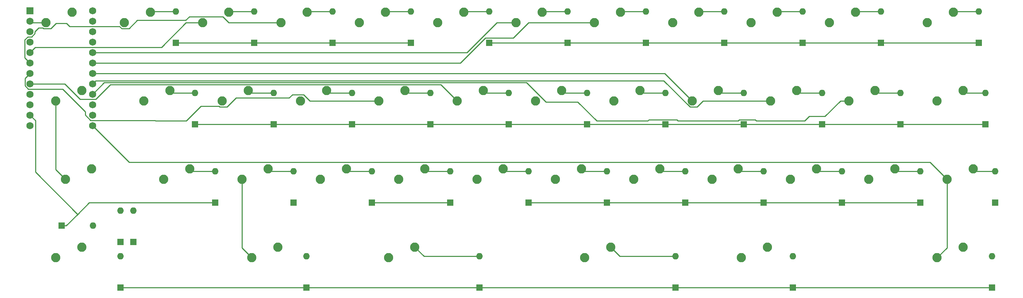
<source format=gtl>
%TF.GenerationSoftware,KiCad,Pcbnew,5.1.9*%
%TF.CreationDate,2021-02-13T13:16:34+02:00*%
%TF.ProjectId,arc40,61726334-302e-46b6-9963-61645f706362,rev?*%
%TF.SameCoordinates,Original*%
%TF.FileFunction,Copper,L1,Top*%
%TF.FilePolarity,Positive*%
%FSLAX46Y46*%
G04 Gerber Fmt 4.6, Leading zero omitted, Abs format (unit mm)*
G04 Created by KiCad (PCBNEW 5.1.9) date 2021-02-13 13:16:34*
%MOMM*%
%LPD*%
G01*
G04 APERTURE LIST*
%TA.AperFunction,ComponentPad*%
%ADD10C,2.250000*%
%TD*%
%TA.AperFunction,ComponentPad*%
%ADD11C,1.752600*%
%TD*%
%TA.AperFunction,ComponentPad*%
%ADD12R,1.752600X1.752600*%
%TD*%
%TA.AperFunction,ComponentPad*%
%ADD13O,1.600000X1.600000*%
%TD*%
%TA.AperFunction,ComponentPad*%
%ADD14R,1.600000X1.600000*%
%TD*%
%TA.AperFunction,Conductor*%
%ADD15C,0.250000*%
%TD*%
G04 APERTURE END LIST*
D10*
%TO.P,MX39,2*%
%TO.N,Net-(D39-Pad2)*%
X274002000Y-54451200D03*
%TO.P,MX39,1*%
%TO.N,COL11*%
X267652000Y-56991200D03*
%TD*%
D11*
%TO.P,U1,24*%
%TO.N,Net-(U1-Pad24)*%
X64680000Y-54080000D03*
%TO.P,U1,12*%
%TO.N,ROW3*%
X49440000Y-82020000D03*
%TO.P,U1,23*%
%TO.N,Net-(U1-Pad23)*%
X64680000Y-56620000D03*
%TO.P,U1,22*%
%TO.N,Net-(U1-Pad22)*%
X64680000Y-59160000D03*
%TO.P,U1,21*%
%TO.N,Net-(U1-Pad21)*%
X64680000Y-61700000D03*
%TO.P,U1,20*%
%TO.N,COL6*%
X64680000Y-64240000D03*
%TO.P,U1,19*%
%TO.N,COL7*%
X64680000Y-66780000D03*
%TO.P,U1,18*%
%TO.N,COL8*%
X64680000Y-69320000D03*
%TO.P,U1,17*%
%TO.N,COL9*%
X64680000Y-71860000D03*
%TO.P,U1,16*%
%TO.N,COL10*%
X64680000Y-74400000D03*
%TO.P,U1,15*%
%TO.N,Net-(U1-Pad15)*%
X64680000Y-76940000D03*
%TO.P,U1,14*%
%TO.N,Net-(U1-Pad14)*%
X64680000Y-79480000D03*
%TO.P,U1,13*%
%TO.N,COL11*%
X64680000Y-82020000D03*
%TO.P,U1,11*%
%TO.N,ROW2*%
X49440000Y-79480000D03*
%TO.P,U1,10*%
%TO.N,ROW1*%
X49440000Y-76940000D03*
%TO.P,U1,9*%
%TO.N,ROW0*%
X49440000Y-74400000D03*
%TO.P,U1,8*%
%TO.N,COL5*%
X49440000Y-71860000D03*
%TO.P,U1,7*%
%TO.N,COL4*%
X49440000Y-69320000D03*
%TO.P,U1,6*%
%TO.N,COL3*%
X49440000Y-66780000D03*
%TO.P,U1,5*%
%TO.N,COL2*%
X49440000Y-64240000D03*
%TO.P,U1,4*%
%TO.N,Net-(U1-Pad4)*%
X49440000Y-61700000D03*
%TO.P,U1,3*%
%TO.N,Net-(U1-Pad3)*%
X49440000Y-59160000D03*
%TO.P,U1,2*%
%TO.N,COL0*%
X49440000Y-56620000D03*
D12*
%TO.P,U1,1*%
%TO.N,COL1*%
X49440000Y-54080000D03*
%TD*%
D10*
%TO.P,MX42,2*%
%TO.N,Net-(D42-Pad2)*%
X276384000Y-111601000D03*
%TO.P,MX42,1*%
%TO.N,COL11*%
X270034000Y-114141000D03*
%TD*%
%TO.P,MX41,2*%
%TO.N,Net-(D41-Pad2)*%
X278765000Y-92551200D03*
%TO.P,MX41,1*%
%TO.N,COL11*%
X272415000Y-95091200D03*
%TD*%
%TO.P,MX40,2*%
%TO.N,Net-(D40-Pad2)*%
X276384000Y-73501200D03*
%TO.P,MX40,1*%
%TO.N,COL11*%
X270034000Y-76041200D03*
%TD*%
%TO.P,MX38,2*%
%TO.N,Net-(D38-Pad2)*%
X259715000Y-92551200D03*
%TO.P,MX38,1*%
%TO.N,COL10*%
X253365000Y-95091200D03*
%TD*%
%TO.P,MX37,2*%
%TO.N,Net-(D37-Pad2)*%
X254952000Y-73501200D03*
%TO.P,MX37,1*%
%TO.N,COL10*%
X248602000Y-76041200D03*
%TD*%
%TO.P,MX36,2*%
%TO.N,Net-(D36-Pad2)*%
X250190000Y-54451200D03*
%TO.P,MX36,1*%
%TO.N,COL10*%
X243840000Y-56991200D03*
%TD*%
%TO.P,MX35,2*%
%TO.N,Net-(D35-Pad2)*%
X240665000Y-92551200D03*
%TO.P,MX35,1*%
%TO.N,COL9*%
X234315000Y-95091200D03*
%TD*%
%TO.P,MX34,2*%
%TO.N,Net-(D34-Pad2)*%
X235902000Y-73501200D03*
%TO.P,MX34,1*%
%TO.N,COL9*%
X229552000Y-76041200D03*
%TD*%
%TO.P,MX33,2*%
%TO.N,Net-(D33-Pad2)*%
X231140000Y-54451200D03*
%TO.P,MX33,1*%
%TO.N,COL9*%
X224790000Y-56991200D03*
%TD*%
%TO.P,MX32,2*%
%TO.N,Net-(D32-Pad2)*%
X228759000Y-111601000D03*
%TO.P,MX32,1*%
%TO.N,COL8*%
X222409000Y-114141000D03*
%TD*%
%TO.P,MX31,2*%
%TO.N,Net-(D31-Pad2)*%
X221615000Y-92551200D03*
%TO.P,MX31,1*%
%TO.N,COL8*%
X215265000Y-95091200D03*
%TD*%
%TO.P,MX30,2*%
%TO.N,Net-(D30-Pad2)*%
X216852000Y-73501200D03*
%TO.P,MX30,1*%
%TO.N,COL8*%
X210502000Y-76041200D03*
%TD*%
%TO.P,MX29,2*%
%TO.N,Net-(D29-Pad2)*%
X212090000Y-54451200D03*
%TO.P,MX29,1*%
%TO.N,COL8*%
X205740000Y-56991200D03*
%TD*%
%TO.P,MX28,2*%
%TO.N,Net-(D28-Pad2)*%
X202565000Y-92551200D03*
%TO.P,MX28,1*%
%TO.N,COL7*%
X196215000Y-95091200D03*
%TD*%
%TO.P,MX27,2*%
%TO.N,Net-(D27-Pad2)*%
X197802000Y-73501200D03*
%TO.P,MX27,1*%
%TO.N,COL7*%
X191452000Y-76041200D03*
%TD*%
%TO.P,MX26,2*%
%TO.N,Net-(D26-Pad2)*%
X193040000Y-54451200D03*
%TO.P,MX26,1*%
%TO.N,COL7*%
X186690000Y-56991200D03*
%TD*%
%TO.P,MX25,2*%
%TO.N,Net-(D25-Pad2)*%
X190659000Y-111601000D03*
%TO.P,MX25,1*%
%TO.N,COL6*%
X184309000Y-114141000D03*
%TD*%
%TO.P,MX24,2*%
%TO.N,Net-(D24-Pad2)*%
X183515000Y-92551200D03*
%TO.P,MX24,1*%
%TO.N,COL6*%
X177165000Y-95091200D03*
%TD*%
%TO.P,MX23,2*%
%TO.N,Net-(D23-Pad2)*%
X178752000Y-73501200D03*
%TO.P,MX23,1*%
%TO.N,COL6*%
X172402000Y-76041200D03*
%TD*%
%TO.P,MX22,2*%
%TO.N,Net-(D22-Pad2)*%
X173990000Y-54451200D03*
%TO.P,MX22,1*%
%TO.N,COL6*%
X167640000Y-56991200D03*
%TD*%
%TO.P,MX21,2*%
%TO.N,Net-(D21-Pad2)*%
X164465000Y-92551200D03*
%TO.P,MX21,1*%
%TO.N,COL5*%
X158115000Y-95091200D03*
%TD*%
%TO.P,MX20,2*%
%TO.N,Net-(D20-Pad2)*%
X159702000Y-73501200D03*
%TO.P,MX20,1*%
%TO.N,COL5*%
X153352000Y-76041200D03*
%TD*%
%TO.P,MX19,2*%
%TO.N,Net-(D19-Pad2)*%
X154940000Y-54451200D03*
%TO.P,MX19,1*%
%TO.N,COL5*%
X148590000Y-56991200D03*
%TD*%
%TO.P,MX18,2*%
%TO.N,Net-(D18-Pad2)*%
X143034000Y-111601000D03*
%TO.P,MX18,1*%
%TO.N,COL4*%
X136684000Y-114141000D03*
%TD*%
%TO.P,MX17,2*%
%TO.N,Net-(D17-Pad2)*%
X145415000Y-92551200D03*
%TO.P,MX17,1*%
%TO.N,COL4*%
X139065000Y-95091200D03*
%TD*%
%TO.P,MX16,2*%
%TO.N,Net-(D16-Pad2)*%
X140652000Y-73501200D03*
%TO.P,MX16,1*%
%TO.N,COL4*%
X134302000Y-76041200D03*
%TD*%
%TO.P,MX15,2*%
%TO.N,Net-(D15-Pad2)*%
X135890000Y-54451200D03*
%TO.P,MX15,1*%
%TO.N,COL4*%
X129540000Y-56991200D03*
%TD*%
%TO.P,MX14,2*%
%TO.N,Net-(D14-Pad2)*%
X126365000Y-92551200D03*
%TO.P,MX14,1*%
%TO.N,COL3*%
X120015000Y-95091200D03*
%TD*%
%TO.P,MX13,2*%
%TO.N,Net-(D13-Pad2)*%
X121602000Y-73501200D03*
%TO.P,MX13,1*%
%TO.N,COL3*%
X115252000Y-76041200D03*
%TD*%
%TO.P,MX12,2*%
%TO.N,Net-(D12-Pad2)*%
X116840000Y-54451200D03*
%TO.P,MX12,1*%
%TO.N,COL3*%
X110490000Y-56991200D03*
%TD*%
%TO.P,MX11,2*%
%TO.N,Net-(D11-Pad2)*%
X109696000Y-111601000D03*
%TO.P,MX11,1*%
%TO.N,COL2*%
X103346000Y-114141000D03*
%TD*%
%TO.P,MX10,2*%
%TO.N,Net-(D10-Pad2)*%
X107315000Y-92551200D03*
%TO.P,MX10,1*%
%TO.N,COL2*%
X100965000Y-95091200D03*
%TD*%
%TO.P,MX9,2*%
%TO.N,Net-(D9-Pad2)*%
X102552000Y-73501200D03*
%TO.P,MX9,1*%
%TO.N,COL2*%
X96202000Y-76041200D03*
%TD*%
%TO.P,MX8,2*%
%TO.N,Net-(D8-Pad2)*%
X97790000Y-54451200D03*
%TO.P,MX8,1*%
%TO.N,COL2*%
X91440000Y-56991200D03*
%TD*%
%TO.P,MX7,2*%
%TO.N,Net-(D7-Pad2)*%
X88265000Y-92551200D03*
%TO.P,MX7,1*%
%TO.N,COL1*%
X81915000Y-95091200D03*
%TD*%
%TO.P,MX6,2*%
%TO.N,Net-(D6-Pad2)*%
X83502500Y-73501200D03*
%TO.P,MX6,1*%
%TO.N,COL1*%
X77152500Y-76041200D03*
%TD*%
%TO.P,MX5,2*%
%TO.N,Net-(D5-Pad2)*%
X78740000Y-54451200D03*
%TO.P,MX5,1*%
%TO.N,COL1*%
X72390000Y-56991200D03*
%TD*%
%TO.P,MX4,2*%
%TO.N,Net-(D4-Pad2)*%
X62071200Y-111601000D03*
%TO.P,MX4,1*%
%TO.N,COL0*%
X55721200Y-114141000D03*
%TD*%
%TO.P,MX3,2*%
%TO.N,Net-(D3-Pad2)*%
X64452500Y-92551200D03*
%TO.P,MX3,1*%
%TO.N,COL0*%
X58102500Y-95091200D03*
%TD*%
%TO.P,MX2,2*%
%TO.N,Net-(D2-Pad2)*%
X62071200Y-73501200D03*
%TO.P,MX2,1*%
%TO.N,COL0*%
X55721200Y-76041200D03*
%TD*%
%TO.P,MX1,2*%
%TO.N,Net-(D1-Pad2)*%
X59690000Y-54451200D03*
%TO.P,MX1,1*%
%TO.N,COL0*%
X53340000Y-56991200D03*
%TD*%
D13*
%TO.P,D42,2*%
%TO.N,Net-(D42-Pad2)*%
X283369000Y-113824000D03*
D14*
%TO.P,D42,1*%
%TO.N,ROW3*%
X283369000Y-121444000D03*
%TD*%
D13*
%TO.P,D41,2*%
%TO.N,Net-(D41-Pad2)*%
X284162000Y-93186000D03*
D14*
%TO.P,D41,1*%
%TO.N,ROW2*%
X284162000Y-100806000D03*
%TD*%
D13*
%TO.P,D40,2*%
%TO.N,Net-(D40-Pad2)*%
X281781000Y-74136200D03*
D14*
%TO.P,D40,1*%
%TO.N,ROW1*%
X281781000Y-81756200D03*
%TD*%
D13*
%TO.P,D39,2*%
%TO.N,Net-(D39-Pad2)*%
X280194000Y-54292500D03*
D14*
%TO.P,D39,1*%
%TO.N,ROW0*%
X280194000Y-61912500D03*
%TD*%
D13*
%TO.P,D38,2*%
%TO.N,Net-(D38-Pad2)*%
X265906000Y-93186000D03*
D14*
%TO.P,D38,1*%
%TO.N,ROW2*%
X265906000Y-100806000D03*
%TD*%
D13*
%TO.P,D37,2*%
%TO.N,Net-(D37-Pad2)*%
X261144000Y-74136200D03*
D14*
%TO.P,D37,1*%
%TO.N,ROW1*%
X261144000Y-81756200D03*
%TD*%
D13*
%TO.P,D36,2*%
%TO.N,Net-(D36-Pad2)*%
X256381000Y-54292500D03*
D14*
%TO.P,D36,1*%
%TO.N,ROW0*%
X256381000Y-61912500D03*
%TD*%
D13*
%TO.P,D35,2*%
%TO.N,Net-(D35-Pad2)*%
X246856000Y-93186000D03*
D14*
%TO.P,D35,1*%
%TO.N,ROW2*%
X246856000Y-100806000D03*
%TD*%
D13*
%TO.P,D34,2*%
%TO.N,Net-(D34-Pad2)*%
X242094000Y-74136200D03*
D14*
%TO.P,D34,1*%
%TO.N,ROW1*%
X242094000Y-81756200D03*
%TD*%
D13*
%TO.P,D33,2*%
%TO.N,Net-(D33-Pad2)*%
X237331000Y-54292500D03*
D14*
%TO.P,D33,1*%
%TO.N,ROW0*%
X237331000Y-61912500D03*
%TD*%
D13*
%TO.P,D32,2*%
%TO.N,Net-(D32-Pad2)*%
X234950000Y-113824000D03*
D14*
%TO.P,D32,1*%
%TO.N,ROW3*%
X234950000Y-121444000D03*
%TD*%
D13*
%TO.P,D31,2*%
%TO.N,Net-(D31-Pad2)*%
X227806000Y-93186000D03*
D14*
%TO.P,D31,1*%
%TO.N,ROW2*%
X227806000Y-100806000D03*
%TD*%
D13*
%TO.P,D30,2*%
%TO.N,Net-(D30-Pad2)*%
X223044000Y-74136200D03*
D14*
%TO.P,D30,1*%
%TO.N,ROW1*%
X223044000Y-81756200D03*
%TD*%
D13*
%TO.P,D29,2*%
%TO.N,Net-(D29-Pad2)*%
X218281000Y-54292500D03*
D14*
%TO.P,D29,1*%
%TO.N,ROW0*%
X218281000Y-61912500D03*
%TD*%
D13*
%TO.P,D28,2*%
%TO.N,Net-(D28-Pad2)*%
X208756000Y-93186000D03*
D14*
%TO.P,D28,1*%
%TO.N,ROW2*%
X208756000Y-100806000D03*
%TD*%
D13*
%TO.P,D27,2*%
%TO.N,Net-(D27-Pad2)*%
X203994000Y-74136200D03*
D14*
%TO.P,D27,1*%
%TO.N,ROW1*%
X203994000Y-81756200D03*
%TD*%
D13*
%TO.P,D26,2*%
%TO.N,Net-(D26-Pad2)*%
X199231000Y-54292500D03*
D14*
%TO.P,D26,1*%
%TO.N,ROW0*%
X199231000Y-61912500D03*
%TD*%
D13*
%TO.P,D25,2*%
%TO.N,Net-(D25-Pad2)*%
X206375000Y-113824000D03*
D14*
%TO.P,D25,1*%
%TO.N,ROW3*%
X206375000Y-121444000D03*
%TD*%
D13*
%TO.P,D24,2*%
%TO.N,Net-(D24-Pad2)*%
X189706000Y-93186000D03*
D14*
%TO.P,D24,1*%
%TO.N,ROW2*%
X189706000Y-100806000D03*
%TD*%
D13*
%TO.P,D23,2*%
%TO.N,Net-(D23-Pad2)*%
X184944000Y-74136200D03*
D14*
%TO.P,D23,1*%
%TO.N,ROW1*%
X184944000Y-81756200D03*
%TD*%
D13*
%TO.P,D22,2*%
%TO.N,Net-(D22-Pad2)*%
X180181000Y-54292500D03*
D14*
%TO.P,D22,1*%
%TO.N,ROW0*%
X180181000Y-61912500D03*
%TD*%
D13*
%TO.P,D21,2*%
%TO.N,Net-(D21-Pad2)*%
X170656000Y-93186000D03*
D14*
%TO.P,D21,1*%
%TO.N,ROW2*%
X170656000Y-100806000D03*
%TD*%
D13*
%TO.P,D20,2*%
%TO.N,Net-(D20-Pad2)*%
X165894000Y-74136200D03*
D14*
%TO.P,D20,1*%
%TO.N,ROW1*%
X165894000Y-81756200D03*
%TD*%
D13*
%TO.P,D19,2*%
%TO.N,Net-(D19-Pad2)*%
X161131000Y-54292500D03*
D14*
%TO.P,D19,1*%
%TO.N,ROW0*%
X161131000Y-61912500D03*
%TD*%
D13*
%TO.P,D18,2*%
%TO.N,Net-(D18-Pad2)*%
X158750000Y-113824000D03*
D14*
%TO.P,D18,1*%
%TO.N,ROW3*%
X158750000Y-121444000D03*
%TD*%
D13*
%TO.P,D17,2*%
%TO.N,Net-(D17-Pad2)*%
X151606000Y-93186000D03*
D14*
%TO.P,D17,1*%
%TO.N,ROW2*%
X151606000Y-100806000D03*
%TD*%
D13*
%TO.P,D16,2*%
%TO.N,Net-(D16-Pad2)*%
X146844000Y-74136200D03*
D14*
%TO.P,D16,1*%
%TO.N,ROW1*%
X146844000Y-81756200D03*
%TD*%
D13*
%TO.P,D15,2*%
%TO.N,Net-(D15-Pad2)*%
X142081000Y-54292500D03*
D14*
%TO.P,D15,1*%
%TO.N,ROW0*%
X142081000Y-61912500D03*
%TD*%
D13*
%TO.P,D14,2*%
%TO.N,Net-(D14-Pad2)*%
X132556000Y-93186000D03*
D14*
%TO.P,D14,1*%
%TO.N,ROW2*%
X132556000Y-100806000D03*
%TD*%
D13*
%TO.P,D13,2*%
%TO.N,Net-(D13-Pad2)*%
X127794000Y-74136200D03*
D14*
%TO.P,D13,1*%
%TO.N,ROW1*%
X127794000Y-81756200D03*
%TD*%
D13*
%TO.P,D12,2*%
%TO.N,Net-(D12-Pad2)*%
X123031000Y-54292500D03*
D14*
%TO.P,D12,1*%
%TO.N,ROW0*%
X123031000Y-61912500D03*
%TD*%
D13*
%TO.P,D11,2*%
%TO.N,Net-(D11-Pad2)*%
X116681000Y-113824000D03*
D14*
%TO.P,D11,1*%
%TO.N,ROW3*%
X116681000Y-121444000D03*
%TD*%
D13*
%TO.P,D10,2*%
%TO.N,Net-(D10-Pad2)*%
X113506000Y-93186000D03*
D14*
%TO.P,D10,1*%
%TO.N,ROW2*%
X113506000Y-100806000D03*
%TD*%
D13*
%TO.P,D9,2*%
%TO.N,Net-(D9-Pad2)*%
X108744000Y-74136200D03*
D14*
%TO.P,D9,1*%
%TO.N,ROW1*%
X108744000Y-81756200D03*
%TD*%
D13*
%TO.P,D8,2*%
%TO.N,Net-(D8-Pad2)*%
X103981000Y-54292500D03*
D14*
%TO.P,D8,1*%
%TO.N,ROW0*%
X103981000Y-61912500D03*
%TD*%
D13*
%TO.P,D7,2*%
%TO.N,Net-(D7-Pad2)*%
X94456200Y-93186000D03*
D14*
%TO.P,D7,1*%
%TO.N,ROW2*%
X94456200Y-100806000D03*
%TD*%
D13*
%TO.P,D6,2*%
%TO.N,Net-(D6-Pad2)*%
X89550000Y-74136200D03*
D14*
%TO.P,D6,1*%
%TO.N,ROW1*%
X89550000Y-81756200D03*
%TD*%
D13*
%TO.P,D5,2*%
%TO.N,Net-(D5-Pad2)*%
X84931200Y-54292500D03*
D14*
%TO.P,D5,1*%
%TO.N,ROW0*%
X84931200Y-61912500D03*
%TD*%
D13*
%TO.P,D4,2*%
%TO.N,Net-(D4-Pad2)*%
X71437500Y-113824000D03*
D14*
%TO.P,D4,1*%
%TO.N,ROW3*%
X71437500Y-121444000D03*
%TD*%
D13*
%TO.P,D3,2*%
%TO.N,Net-(D3-Pad2)*%
X64770000Y-106362000D03*
D14*
%TO.P,D3,1*%
%TO.N,ROW2*%
X57150000Y-106362000D03*
%TD*%
D13*
%TO.P,D2,2*%
%TO.N,Net-(D2-Pad2)*%
X71437500Y-102711000D03*
D14*
%TO.P,D2,1*%
%TO.N,ROW1*%
X71437500Y-110331000D03*
%TD*%
D13*
%TO.P,D1,2*%
%TO.N,Net-(D1-Pad2)*%
X74612500Y-102711000D03*
D14*
%TO.P,D1,1*%
%TO.N,ROW0*%
X74612500Y-110331000D03*
%TD*%
D15*
%TO.N,ROW0*%
X256381000Y-61912500D02*
X280194000Y-61912500D01*
X237331000Y-61912500D02*
X256381000Y-61912500D01*
X236768400Y-61912500D02*
X237331000Y-61912500D01*
X236768400Y-61912500D02*
X236205700Y-61912500D01*
X218281000Y-61912500D02*
X236205700Y-61912500D01*
X199231000Y-61912500D02*
X218281000Y-61912500D01*
X198668400Y-61912500D02*
X199231000Y-61912500D01*
X198668400Y-61912500D02*
X198105700Y-61912500D01*
X180181000Y-61912500D02*
X198105700Y-61912500D01*
X161131000Y-61912500D02*
X180181000Y-61912500D01*
X123031000Y-61912500D02*
X142081000Y-61912500D01*
X122468400Y-61912500D02*
X123031000Y-61912500D01*
X122468400Y-61912500D02*
X121905700Y-61912500D01*
X103981000Y-61912500D02*
X121905700Y-61912500D01*
X84931200Y-61912500D02*
X103981000Y-61912500D01*
%TO.N,ROW1*%
X261144000Y-81756200D02*
X281781000Y-81756200D01*
X242094000Y-81756200D02*
X261144000Y-81756200D01*
X223044000Y-81756200D02*
X242094000Y-81756200D01*
X203994000Y-81756200D02*
X223044000Y-81756200D01*
X184944000Y-81756200D02*
X203994000Y-81756200D01*
X165894000Y-81756200D02*
X184944000Y-81756200D01*
X146844000Y-81756200D02*
X165894000Y-81756200D01*
X127794000Y-81756200D02*
X146844000Y-81756200D01*
X108744000Y-81756200D02*
X127794000Y-81756200D01*
X89550000Y-81756200D02*
X108744000Y-81756200D01*
%TO.N,ROW2*%
X61027600Y-103609700D02*
X58275300Y-106362000D01*
X94456200Y-100806000D02*
X63831300Y-100806000D01*
X63831300Y-100806000D02*
X61027600Y-103609700D01*
X61027600Y-103609700D02*
X50778300Y-93360500D01*
X50778300Y-93360500D02*
X50778300Y-80818300D01*
X50778300Y-80818300D02*
X49440000Y-79480000D01*
X227806000Y-100806000D02*
X246856000Y-100806000D01*
X227243400Y-100806000D02*
X227806000Y-100806000D01*
X227243400Y-100806000D02*
X226680700Y-100806000D01*
X57150000Y-106362000D02*
X58275300Y-106362000D01*
X246856000Y-100806000D02*
X265906000Y-100806000D01*
X208756000Y-100806000D02*
X226680700Y-100806000D01*
X189706000Y-100806000D02*
X208756000Y-100806000D01*
X170656000Y-100806000D02*
X189706000Y-100806000D01*
X132556000Y-100806000D02*
X151606000Y-100806000D01*
%TO.N,ROW3*%
X116681000Y-121444000D02*
X71437500Y-121444000D01*
X234950000Y-121444000D02*
X283369000Y-121444000D01*
X206375000Y-121444000D02*
X234950000Y-121444000D01*
X158750000Y-121444000D02*
X206375000Y-121444000D01*
X116681000Y-121444000D02*
X158750000Y-121444000D01*
%TO.N,Net-(D5-Pad2)*%
X84931200Y-54292500D02*
X78898700Y-54292500D01*
X78898700Y-54292500D02*
X78740000Y-54451200D01*
%TO.N,Net-(D6-Pad2)*%
X89550000Y-74136200D02*
X84137500Y-74136200D01*
X84137500Y-74136200D02*
X83502500Y-73501200D01*
%TO.N,Net-(D7-Pad2)*%
X94456200Y-93186000D02*
X88899800Y-93186000D01*
X88899800Y-93186000D02*
X88265000Y-92551200D01*
%TO.N,Net-(D8-Pad2)*%
X103981000Y-54292500D02*
X97948700Y-54292500D01*
X97948700Y-54292500D02*
X97790000Y-54451200D01*
%TO.N,Net-(D9-Pad2)*%
X108744000Y-74136200D02*
X103187000Y-74136200D01*
X103187000Y-74136200D02*
X102552000Y-73501200D01*
%TO.N,Net-(D10-Pad2)*%
X113506000Y-93186000D02*
X107949800Y-93186000D01*
X107949800Y-93186000D02*
X107315000Y-92551200D01*
%TO.N,Net-(D12-Pad2)*%
X123031000Y-54292500D02*
X116998700Y-54292500D01*
X116998700Y-54292500D02*
X116840000Y-54451200D01*
%TO.N,Net-(D13-Pad2)*%
X127794000Y-74136200D02*
X122237000Y-74136200D01*
X122237000Y-74136200D02*
X121602000Y-73501200D01*
%TO.N,Net-(D14-Pad2)*%
X132556000Y-93186000D02*
X126999800Y-93186000D01*
X126999800Y-93186000D02*
X126365000Y-92551200D01*
%TO.N,Net-(D15-Pad2)*%
X142081000Y-54292500D02*
X136048700Y-54292500D01*
X136048700Y-54292500D02*
X135890000Y-54451200D01*
%TO.N,Net-(D16-Pad2)*%
X146844000Y-74136200D02*
X141287000Y-74136200D01*
X141287000Y-74136200D02*
X140652000Y-73501200D01*
%TO.N,Net-(D17-Pad2)*%
X151606000Y-93186000D02*
X146049800Y-93186000D01*
X146049800Y-93186000D02*
X145415000Y-92551200D01*
%TO.N,Net-(D18-Pad2)*%
X158750000Y-113824000D02*
X145257000Y-113824000D01*
X145257000Y-113824000D02*
X143034000Y-111601000D01*
%TO.N,Net-(D19-Pad2)*%
X161131000Y-54292500D02*
X155098700Y-54292500D01*
X155098700Y-54292500D02*
X154940000Y-54451200D01*
%TO.N,Net-(D20-Pad2)*%
X165894000Y-74136200D02*
X160337000Y-74136200D01*
X160337000Y-74136200D02*
X159702000Y-73501200D01*
%TO.N,Net-(D21-Pad2)*%
X170656000Y-93186000D02*
X165099800Y-93186000D01*
X165099800Y-93186000D02*
X164465000Y-92551200D01*
%TO.N,Net-(D22-Pad2)*%
X180181000Y-54292500D02*
X174148700Y-54292500D01*
X174148700Y-54292500D02*
X173990000Y-54451200D01*
%TO.N,Net-(D23-Pad2)*%
X184944000Y-74136200D02*
X179387000Y-74136200D01*
X179387000Y-74136200D02*
X178752000Y-73501200D01*
%TO.N,Net-(D24-Pad2)*%
X189706000Y-93186000D02*
X184149800Y-93186000D01*
X184149800Y-93186000D02*
X183515000Y-92551200D01*
%TO.N,Net-(D25-Pad2)*%
X206375000Y-113824000D02*
X192882000Y-113824000D01*
X192882000Y-113824000D02*
X190659000Y-111601000D01*
%TO.N,Net-(D26-Pad2)*%
X199231000Y-54292500D02*
X193198700Y-54292500D01*
X193198700Y-54292500D02*
X193040000Y-54451200D01*
%TO.N,Net-(D27-Pad2)*%
X203994000Y-74136200D02*
X198437000Y-74136200D01*
X198437000Y-74136200D02*
X197802000Y-73501200D01*
%TO.N,Net-(D28-Pad2)*%
X208756000Y-93186000D02*
X203199800Y-93186000D01*
X203199800Y-93186000D02*
X202565000Y-92551200D01*
%TO.N,Net-(D29-Pad2)*%
X218281000Y-54292500D02*
X212248700Y-54292500D01*
X212248700Y-54292500D02*
X212090000Y-54451200D01*
%TO.N,Net-(D30-Pad2)*%
X223044000Y-74136200D02*
X217487000Y-74136200D01*
X217487000Y-74136200D02*
X216852000Y-73501200D01*
%TO.N,Net-(D31-Pad2)*%
X227806000Y-93186000D02*
X222249800Y-93186000D01*
X222249800Y-93186000D02*
X221615000Y-92551200D01*
%TO.N,Net-(D33-Pad2)*%
X237331000Y-54292500D02*
X231298700Y-54292500D01*
X231298700Y-54292500D02*
X231140000Y-54451200D01*
%TO.N,Net-(D34-Pad2)*%
X242094000Y-74136200D02*
X236537000Y-74136200D01*
X236537000Y-74136200D02*
X235902000Y-73501200D01*
%TO.N,Net-(D35-Pad2)*%
X246856000Y-93186000D02*
X241299800Y-93186000D01*
X241299800Y-93186000D02*
X240665000Y-92551200D01*
%TO.N,Net-(D36-Pad2)*%
X256381000Y-54292500D02*
X250348700Y-54292500D01*
X250348700Y-54292500D02*
X250190000Y-54451200D01*
%TO.N,Net-(D37-Pad2)*%
X261144000Y-74136200D02*
X255587000Y-74136200D01*
X255587000Y-74136200D02*
X254952000Y-73501200D01*
%TO.N,Net-(D38-Pad2)*%
X265906000Y-93186000D02*
X260349800Y-93186000D01*
X260349800Y-93186000D02*
X259715000Y-92551200D01*
%TO.N,Net-(D39-Pad2)*%
X280194000Y-54292500D02*
X274160700Y-54292500D01*
X274160700Y-54292500D02*
X274002000Y-54451200D01*
%TO.N,Net-(D40-Pad2)*%
X281781000Y-74136200D02*
X277019000Y-74136200D01*
X277019000Y-74136200D02*
X276384000Y-73501200D01*
%TO.N,Net-(D41-Pad2)*%
X284162000Y-93186000D02*
X279399800Y-93186000D01*
X279399800Y-93186000D02*
X278765000Y-92551200D01*
%TO.N,COL0*%
X58102500Y-95091200D02*
X55721200Y-92709900D01*
X55721200Y-92709900D02*
X55721200Y-76041200D01*
X53340000Y-56991200D02*
X49811200Y-56991200D01*
X49811200Y-56991200D02*
X49440000Y-56620000D01*
%TO.N,COL2*%
X100965000Y-95091200D02*
X100965000Y-111760000D01*
X100965000Y-111760000D02*
X103346000Y-114141000D01*
X49440000Y-64240000D02*
X50700300Y-62979700D01*
X50700300Y-62979700D02*
X81407700Y-62979700D01*
X81407700Y-62979700D02*
X87396200Y-56991200D01*
X87396200Y-56991200D02*
X91440000Y-56991200D01*
%TO.N,COL3*%
X110490000Y-56991200D02*
X97790000Y-56991200D01*
X97790000Y-56991200D02*
X96339600Y-55540800D01*
X96339600Y-55540800D02*
X88209700Y-55540800D01*
X88209700Y-55540800D02*
X87308200Y-56442300D01*
X87308200Y-56442300D02*
X75557000Y-56442300D01*
X75557000Y-56442300D02*
X73528200Y-58471100D01*
X73528200Y-58471100D02*
X71818800Y-58471100D01*
X71818800Y-58471100D02*
X71237700Y-57890000D01*
X71237700Y-57890000D02*
X59066000Y-57890000D01*
X59066000Y-57890000D02*
X58343900Y-57167900D01*
X58343900Y-57167900D02*
X55781400Y-57167900D01*
X55781400Y-57167900D02*
X54478200Y-58471100D01*
X54478200Y-58471100D02*
X52768800Y-58471100D01*
X52768800Y-58471100D02*
X52600300Y-58302600D01*
X52600300Y-58302600D02*
X51572900Y-58302600D01*
X51572900Y-58302600D02*
X50654100Y-59221400D01*
X50654100Y-59221400D02*
X50654100Y-59649000D01*
X50654100Y-59649000D02*
X49873100Y-60430000D01*
X49873100Y-60430000D02*
X48923300Y-60430000D01*
X48923300Y-60430000D02*
X48204400Y-61148900D01*
X48204400Y-61148900D02*
X48204400Y-65544400D01*
X48204400Y-65544400D02*
X49440000Y-66780000D01*
%TO.N,COL4*%
X134302000Y-76041200D02*
X117473700Y-76041200D01*
X117473700Y-76041200D02*
X115974800Y-74542300D01*
X115974800Y-74542300D02*
X113235500Y-74542300D01*
X113235500Y-74542300D02*
X112466600Y-75311200D01*
X112466600Y-75311200D02*
X99550100Y-75311200D01*
X99550100Y-75311200D02*
X97369700Y-77491600D01*
X97369700Y-77491600D02*
X95570700Y-77491600D01*
X95570700Y-77491600D02*
X95412700Y-77333600D01*
X95412700Y-77333600D02*
X91027600Y-77333600D01*
X91027600Y-77333600D02*
X87460100Y-80901100D01*
X87460100Y-80901100D02*
X80002400Y-80901100D01*
X80002400Y-80901100D02*
X79851300Y-80750000D01*
X79851300Y-80750000D02*
X64195500Y-80750000D01*
X64195500Y-80750000D02*
X62862500Y-79417000D01*
X62862500Y-79417000D02*
X62862500Y-78632400D01*
X62862500Y-78632400D02*
X57360100Y-73130000D01*
X57360100Y-73130000D02*
X49000000Y-73130000D01*
X49000000Y-73130000D02*
X48214000Y-72344000D01*
X48214000Y-72344000D02*
X48214000Y-70546000D01*
X48214000Y-70546000D02*
X49440000Y-69320000D01*
%TO.N,COL5*%
X153352000Y-76041200D02*
X149361600Y-72050800D01*
X149361600Y-72050800D02*
X68982000Y-72050800D01*
X68982000Y-72050800D02*
X65430300Y-75602500D01*
X65430300Y-75602500D02*
X61632500Y-75602500D01*
X61632500Y-75602500D02*
X57890000Y-71860000D01*
X57890000Y-71860000D02*
X49440000Y-71860000D01*
%TO.N,COL6*%
X167640000Y-56991200D02*
X162959200Y-56991200D01*
X162959200Y-56991200D02*
X155710400Y-64240000D01*
X155710400Y-64240000D02*
X64680000Y-64240000D01*
%TO.N,COL7*%
X186690000Y-56991200D02*
X170686000Y-56991200D01*
X170686000Y-56991200D02*
X166931600Y-60745600D01*
X166931600Y-60745600D02*
X160159900Y-60745600D01*
X160159900Y-60745600D02*
X154125500Y-66780000D01*
X154125500Y-66780000D02*
X64680000Y-66780000D01*
%TO.N,COL8*%
X64680000Y-69320000D02*
X203780800Y-69320000D01*
X203780800Y-69320000D02*
X210502000Y-76041200D01*
%TO.N,COL9*%
X229552000Y-76041200D02*
X213120100Y-76041200D01*
X213120100Y-76041200D02*
X211640200Y-77521100D01*
X211640200Y-77521100D02*
X209930800Y-77521100D01*
X209930800Y-77521100D02*
X203516900Y-71107200D01*
X203516900Y-71107200D02*
X65432800Y-71107200D01*
X65432800Y-71107200D02*
X64680000Y-71860000D01*
%TO.N,COL10*%
X64680000Y-74400000D02*
X67499100Y-71580900D01*
X67499100Y-71580900D02*
X170203600Y-71580900D01*
X170203600Y-71580900D02*
X174884600Y-76261900D01*
X174884600Y-76261900D02*
X182651200Y-76261900D01*
X182651200Y-76261900D02*
X187302600Y-80913300D01*
X187302600Y-80913300D02*
X199621600Y-80913300D01*
X199621600Y-80913300D02*
X199938500Y-80596400D01*
X199938500Y-80596400D02*
X206722000Y-80596400D01*
X206722000Y-80596400D02*
X207026100Y-80900500D01*
X207026100Y-80900500D02*
X221619900Y-80900500D01*
X221619900Y-80900500D02*
X221901500Y-80618900D01*
X221901500Y-80618900D02*
X225794500Y-80618900D01*
X225794500Y-80618900D02*
X226076100Y-80900500D01*
X226076100Y-80900500D02*
X237802200Y-80900500D01*
X237802200Y-80900500D02*
X238921100Y-79781600D01*
X238921100Y-79781600D02*
X242768800Y-79781600D01*
X242768800Y-79781600D02*
X246509200Y-76041200D01*
X246509200Y-76041200D02*
X248602000Y-76041200D01*
%TO.N,COL11*%
X270034000Y-114141000D02*
X272415000Y-111760000D01*
X272415000Y-111760000D02*
X272415000Y-95091200D01*
X272415000Y-95091200D02*
X268266400Y-90942600D01*
X268266400Y-90942600D02*
X73602600Y-90942600D01*
X73602600Y-90942600D02*
X64680000Y-82020000D01*
%TD*%
M02*

</source>
